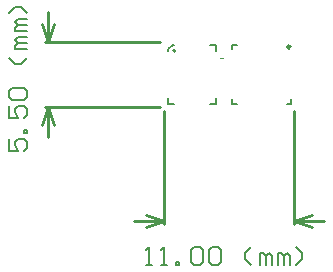
<source format=gto>
%FSLAX44Y44*%
%MOMM*%
G71*
G01*
G75*
G04 Layer_Color=65535*
%ADD10R,0.7000X0.2800*%
%ADD11R,1.0000X1.0000*%
%ADD12R,0.4000X0.4000*%
%ADD13R,0.4000X0.4000*%
%ADD14R,0.5000X0.2500*%
%ADD15R,0.2500X0.5000*%
%ADD16C,0.1100*%
%ADD17C,0.1700*%
%ADD18C,0.1400*%
%ADD19C,0.2540*%
%ADD20C,0.1524*%
%ADD21C,0.3500*%
%ADD22R,1.5000X0.6000*%
%ADD23R,1.0000X1.0000*%
%ADD24R,0.7000X0.4000*%
%ADD25R,0.6000X0.4000*%
%ADD26R,1.0000X0.7000*%
%ADD27C,0.2000*%
%ADD28C,0.2500*%
%ADD29C,0.1500*%
%ADD30C,0.1000*%
D19*
X419360Y845500D02*
X516260D01*
X419360Y790500D02*
X516260D01*
X421900Y765100D02*
Y790500D01*
Y845500D02*
Y870900D01*
X416820Y775260D02*
X421900Y790500D01*
X426980Y775260D01*
X421900Y845500D02*
X426980Y860740D01*
X416820D02*
X421900Y845500D01*
X630000Y690880D02*
Y786760D01*
X520000Y690880D02*
Y786760D01*
X494600Y693420D02*
X520000D01*
X630000D02*
X655400D01*
X504760Y698500D02*
X520000Y693420D01*
X504760Y688340D02*
X520000Y693420D01*
X630000D02*
X645240Y688340D01*
X630000Y693420D02*
X645240Y698500D01*
D20*
X388382Y763152D02*
Y752996D01*
X395999D01*
X393460Y758074D01*
Y760613D01*
X395999Y763152D01*
X401078D01*
X403617Y760613D01*
Y755535D01*
X401078Y752996D01*
X403617Y768231D02*
X401078D01*
Y770770D01*
X403617D01*
Y768231D01*
X388382Y791083D02*
Y780927D01*
X395999D01*
X393460Y786005D01*
Y788544D01*
X395999Y791083D01*
X401078D01*
X403617Y788544D01*
Y783466D01*
X401078Y780927D01*
X390921Y796162D02*
X388382Y798701D01*
Y803779D01*
X390921Y806318D01*
X401078D01*
X403617Y803779D01*
Y798701D01*
X401078Y796162D01*
X390921D01*
X403617Y831710D02*
X398539Y826632D01*
X393460D01*
X388382Y831710D01*
X403617Y839328D02*
X393460D01*
Y841867D01*
X395999Y844406D01*
X403617D01*
X395999D01*
X393460Y846945D01*
X395999Y849484D01*
X403617D01*
Y854563D02*
X393460D01*
Y857102D01*
X395999Y859641D01*
X403617D01*
X395999D01*
X393460Y862180D01*
X395999Y864719D01*
X403617D01*
Y869798D02*
X398539Y874876D01*
X393460D01*
X388382Y869798D01*
X504917Y656854D02*
X509996D01*
X507457D01*
Y672089D01*
X504917Y669550D01*
X517613Y656854D02*
X522692D01*
X520153D01*
Y672089D01*
X517613Y669550D01*
X530309Y656854D02*
Y659393D01*
X532848D01*
Y656854D01*
X530309D01*
X543005Y669550D02*
X545544Y672089D01*
X550623D01*
X553162Y669550D01*
Y659393D01*
X550623Y656854D01*
X545544D01*
X543005Y659393D01*
Y669550D01*
X558240D02*
X560779Y672089D01*
X565858D01*
X568397Y669550D01*
Y659393D01*
X565858Y656854D01*
X560779D01*
X558240Y659393D01*
Y669550D01*
X593789Y656854D02*
X588710Y661932D01*
Y667011D01*
X593789Y672089D01*
X601406Y656854D02*
Y667011D01*
X603945D01*
X606485Y664471D01*
Y656854D01*
Y664471D01*
X609024Y667011D01*
X611563Y664471D01*
Y656854D01*
X616641D02*
Y667011D01*
X619180D01*
X621720Y664471D01*
Y656854D01*
Y664471D01*
X624259Y667011D01*
X626798Y664471D01*
Y656854D01*
X631876D02*
X636955Y661932D01*
Y667011D01*
X631876Y672089D01*
D27*
X529500Y838000D02*
G03*
X529500Y838000I-1000J0D01*
G01*
X623500Y793000D02*
X627500D01*
Y797000D01*
X577500Y793000D02*
X581500D01*
X577500D02*
Y797000D01*
Y839000D02*
Y843000D01*
X581500D01*
D28*
X626750Y841250D02*
G03*
X626750Y841250I-1250J0D01*
G01*
D29*
X523500Y839000D02*
X527500Y843000D01*
X558500Y793000D02*
X563500D01*
Y798000D01*
X523500Y793000D02*
X528500D01*
X523500D02*
Y798000D01*
Y838000D02*
Y839000D01*
X527500Y843000D02*
X528500D01*
X558500D02*
X563500D01*
Y838000D02*
Y843000D01*
D30*
X567001Y831502D02*
X570000D01*
X576501Y793000D02*
Y795999D01*
M02*

</source>
